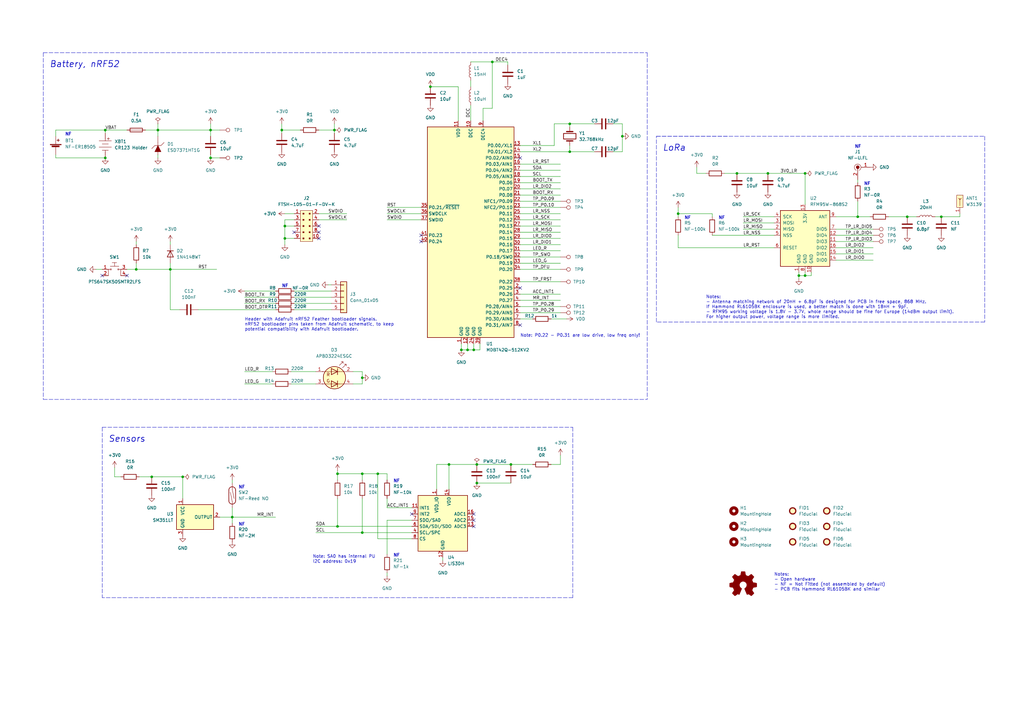
<source format=kicad_sch>
(kicad_sch (version 20211123) (generator eeschema)
  (paper "A3")
  (title_block (title "GarageNotifier") (date "2022-08-15") (rev "v1.0.0") (comment 1 "Drawn by: Zvonko Bockaj"))
  (lib_symbols
    (symbol "Connector:TestPoint" (pin_numbers hide) (pin_names (offset 0.762) hide)
      (property "Reference" "TP" (at 0 6.858 0))
      (property "Value" "TestPoint" (at 0 5.08 0))
      (symbol "TestPoint_1_1"
        (pin passive line (at 0 0 90) (length 2.54) (name "1") (number "1"))
      )
    )
    (symbol "Connector_Generic:Conn_01x05" (pin_names (offset 1.016) hide)
      (property "Reference" "J" (at 0 7.62 0))
      (property "Value" "Conn_01x05" (at 0 -7.62 0))
      (symbol "Conn_01x05_1_1"
        (pin passive line (at -5.08 5.08 0) (length 3.81) (name "Pin_1") (number "1"))
        (pin passive line (at -5.08 2.54 0) (length 3.81) (name "Pin_2") (number "2"))
        (pin passive line (at -5.08 0 0) (length 3.81) (name "Pin_3") (number "3"))
        (pin passive line (at -5.08 -2.54 0) (length 3.81) (name "Pin_4") (number "4"))
        (pin passive line (at -5.08 -5.08 0) (length 3.81) (name "Pin_5") (number "5"))
      )
    )
    (symbol "Device:Battery_Cell" (pin_numbers hide) (pin_names (offset 0) hide)
      (property "Reference" "BT" (at 2.54 2.54 0))
      (property "Value" "Battery_Cell" (at 2.54 0 0))
      (symbol "Battery_Cell_1_1"
        (pin passive line (at 0 5.08 270) (length 2.54) (name "+") (number "1"))
        (pin passive line (at 0 -2.54 90) (length 2.54) (name "-") (number "2"))
      )
    )
    (symbol "Device:C" (pin_numbers hide) (pin_names (offset 0.254))
      (property "Reference" "C" (at 0.635 2.54 0))
      (property "Value" "C" (at 0.635 -2.54 0))
      (symbol "C_1_1"
        (pin passive line (at 0 3.81 270) (length 2.794) (name "~") (number "1"))
        (pin passive line (at 0 -3.81 90) (length 2.794) (name "~") (number "2"))
      )
    )
    (symbol "Device:Crystal" (pin_numbers hide) (pin_names (offset 1.016) hide)
      (property "Reference" "Y" (at 0 3.81 0))
      (property "Value" "Crystal" (at 0 -3.81 0))
      (symbol "Crystal_1_1"
        (pin passive line (at -3.81 0 0) (length 1.27) (name "1") (number "1"))
        (pin passive line (at 3.81 0 180) (length 1.27) (name "2") (number "2"))
      )
    )
    (symbol "Device:Fuse" (pin_numbers hide) (pin_names (offset 0))
      (property "Reference" "F" (at 2.032 0 90))
      (property "Value" "Fuse" (at -1.905 0 90))
      (symbol "Fuse_1_1"
        (pin passive line (at 0 3.81 270) (length 1.27) (name "~") (number "1"))
        (pin passive line (at 0 -3.81 90) (length 1.27) (name "~") (number "2"))
      )
    )
    (symbol "Device:L" (pin_numbers hide) (pin_names (offset 1.016) hide)
      (property "Reference" "L" (at -1.27 0 90))
      (property "Value" "L" (at 1.905 0 90))
      (symbol "L_1_1"
        (pin passive line (at 0 3.81 270) (length 1.27) (name "1") (number "1"))
        (pin passive line (at 0 -3.81 90) (length 1.27) (name "2") (number "2"))
      )
    )
    (symbol "Device:R" (pin_numbers hide) (pin_names (offset 0))
      (property "Reference" "R" (at 2.032 0 90))
      (property "Value" "R" (at 0 0 90))
      (symbol "R_1_1"
        (pin passive line (at 0 3.81 270) (length 1.27) (name "~") (number "1"))
        (pin passive line (at 0 -3.81 90) (length 1.27) (name "~") (number "2"))
      )
    )
    (symbol "Diode:1N4148WT" (pin_numbers hide) (pin_names (offset 1.016) hide)
      (property "Reference" "D" (at 0 2.54 0))
      (property "Value" "1N4148WT" (at 0 -2.54 0))
      (symbol "1N4148WT_1_1"
        (pin passive line (at -3.81 0 0) (length 2.54) (name "K") (number "1"))
        (pin passive line (at 3.81 0 180) (length 2.54) (name "A") (number "2"))
      )
    )
    (symbol "Graphic:Logo_Open_Hardware_Small" (pin_names (offset 1.016)))
    (symbol "Mechanical:Fiducial"
      (property "Reference" "FID" (at 0 5.08 0))
      (property "Value" "Fiducial" (at 0 3.175 0))
    )
    (symbol "Mechanical:MountingHole" (pin_names (offset 1.016))
      (property "Reference" "H" (at 0 5.08 0))
      (property "Value" "MountingHole" (at 0 3.175 0))
    )
    (symbol "RF_Module:RFM95W-868S2" (pin_names (offset 1.016))
      (property "Reference" "U" (at -10.414 11.684 0))
      (property "Value" "RFM95W-868S2" (at 1.524 11.43 0))
      (symbol "RFM95W-868S2_1_1"
        (pin power_in line (at -2.54 -15.24 90) (length 2.54) (name "GND") (number "1"))
        (pin power_in line (at 2.54 -15.24 90) (length 2.54) (name "GND") (number "10"))
        (pin bidirectional line (at 12.7 -2.54 180) (length 2.54) (name "DIO3") (number "11"))
        (pin bidirectional line (at 12.7 0 180) (length 2.54) (name "DIO4") (number "12"))
        (pin power_in line (at 0 12.7 270) (length 2.54) (name "3.3V") (number "13"))
        (pin bidirectional line (at 12.7 -10.16 180) (length 2.54) (name "DIO0") (number "14"))
        (pin bidirectional line (at 12.7 -7.62 180) (length 2.54) (name "DIO1") (number "15"))
        (pin bidirectional line (at 12.7 -5.08 180) (length 2.54) (name "DIO2") (number "16"))
        (pin output line (at -12.7 2.54 0) (length 2.54) (name "MISO") (number "2"))
        (pin input line (at -12.7 5.08 0) (length 2.54) (name "MOSI") (number "3"))
        (pin input line (at -12.7 7.62 0) (length 2.54) (name "SCK") (number "4"))
        (pin input line (at -12.7 0 0) (length 2.54) (name "NSS") (number "5"))
        (pin bidirectional line (at -12.7 -5.08 0) (length 2.54) (name "RESET") (number "6"))
        (pin bidirectional line (at 12.7 2.54 180) (length 2.54) (name "DIO5") (number "7"))
        (pin power_in line (at 0 -15.24 90) (length 2.54) (name "GND") (number "8"))
        (pin bidirectional line (at 12.7 7.62 180) (length 2.54) (name "ANT") (number "9"))
      )
    )
    (symbol "Sensor_Magnetic:SM351LT"
      (property "Reference" "U" (at 5.08 8.89 0))
      (property "Value" "SM351LT" (at 2.54 6.35 0))
      (symbol "SM351LT_1_1"
        (pin power_in line (at -5.08 7.62 270) (length 2.54) (name "VCC") (number "1"))
        (pin output line (at 10.16 0 180) (length 2.54) (name "OUTPUT") (number "2"))
        (pin power_in line (at -5.08 -7.62 90) (length 2.54) (name "GND") (number "3"))
      )
    )
    (symbol "Sensor_Motion:LIS3DH"
      (property "Reference" "U" (at -7.62 11.43 0))
      (property "Value" "LIS3DH" (at 6.35 11.43 0))
      (symbol "LIS3DH_1_1"
        (pin power_in line (at -2.54 12.7 270) (length 2.54) (name "VDD_IO") (number "1"))
        (pin passive line (at 0 -15.24 90) (length 2.54) hide (name "GND") (number "10"))
        (pin output line (at -12.7 5.08 0) (length 2.54) (name "INT1") (number "11"))
        (pin power_in line (at 0 -15.24 90) (length 2.54) (name "GND") (number "12"))
        (pin input line (at 12.7 -2.54 180) (length 2.54) (name "ADC3") (number "13"))
        (pin power_in line (at 2.54 12.7 270) (length 2.54) (name "VDD") (number "14"))
        (pin input line (at 12.7 0 180) (length 2.54) (name "ADC2") (number "15"))
        (pin input line (at 12.7 2.54 180) (length 2.54) (name "ADC1") (number "16"))
        (pin no_connect line (at 10.16 5.08 180) (length 2.54) hide (name "NC") (number "2"))
        (pin no_connect line (at 10.16 7.62 180) (length 2.54) hide (name "NC") (number "3"))
        (pin input line (at -12.7 -5.08 0) (length 2.54) (name "SCL/SPC") (number "4"))
        (pin passive line (at 0 -15.24 90) (length 2.54) hide (name "GND") (number "5"))
        (pin bidirectional line (at -12.7 -2.54 0) (length 2.54) (name "SDA/SDI/SDO") (number "6"))
        (pin bidirectional line (at -12.7 0 0) (length 2.54) (name "SDO/SA0") (number "7"))
        (pin input line (at -12.7 -7.62 0) (length 2.54) (name "CS") (number "8"))
        (pin output line (at -12.7 2.54 0) (length 2.54) (name "INT2") (number "9"))
      )
    )
    (symbol "ZB_Discrete:ESD7371HT1G" (pin_numbers hide) (pin_names (offset 1.016) hide)
      (property "Reference" "D" (at 0 3.81 0))
      (property "Value" "ESD7371HT1G" (at 0 -3.81 0))
      (symbol "ESD7371HT1G_1_1"
        (pin passive line (at -3.81 0 0) (length 2.54) (name "A1") (number "1"))
        (pin passive line (at 3.81 0 180) (length 2.54) (name "A2") (number "2"))
      )
    )
    (symbol "ZB_IC:MDBT42Q-512KV2"
      (property "Reference" "U" (at 8.255 -55.245 0))
      (property "Value" "MDBT42Q-512KV2" (at 16.51 -57.785 0))
      (symbol "MDBT42Q-512KV2_1_1"
        (pin power_in line (at -3.81 -55.88 90) (length 2.54) (name "GND") (number "1"))
        (pin power_out line (at 0 35.56 270) (length 2.54) (name "DCC") (number "10"))
        (pin power_in line (at -5.08 35.56 270) (length 2.54) (name "VDD") (number "11"))
        (pin power_in line (at -1.27 -55.88 90) (length 2.54) (name "GND") (number "12"))
        (pin bidirectional line (at 20.32 25.4 180) (length 2.54) (name "P0.00/XL1") (number "13"))
        (pin bidirectional line (at 20.32 22.86 180) (length 2.54) (name "P0.01/XL2") (number "14"))
        (pin bidirectional line (at 20.32 20.32 180) (length 2.54) (name "P0.02/AIN0") (number "15"))
        (pin bidirectional line (at 20.32 17.78 180) (length 2.54) (name "P0.03/AIN1") (number "16"))
        (pin bidirectional line (at 20.32 15.24 180) (length 2.54) (name "P0.04/AIN2") (number "17"))
        (pin bidirectional line (at 20.32 12.7 180) (length 2.54) (name "P0.05/AIN3") (number "18"))
        (pin bidirectional line (at 20.32 10.16 180) (length 2.54) (name "P0.06") (number "19"))
        (pin bidirectional line (at 20.32 -33.02 180) (length 2.54) (name "P0.25") (number "2"))
        (pin bidirectional line (at 20.32 7.62 180) (length 2.54) (name "P0.07") (number "20"))
        (pin bidirectional line (at 20.32 5.08 180) (length 2.54) (name "P0.08") (number "21"))
        (pin bidirectional line (at 20.32 2.54 180) (length 2.54) (name "NFC1/P0.09") (number "22"))
        (pin bidirectional line (at 20.32 0 180) (length 2.54) (name "NFC2/P0.10") (number "23"))
        (pin power_in line (at 1.27 -55.88 90) (length 2.54) (name "GND") (number "24"))
        (pin bidirectional line (at 20.32 -2.54 180) (length 2.54) (name "P0.11") (number "25"))
        (pin bidirectional line (at 20.32 -5.08 180) (length 2.54) (name "P0.12") (number "26"))
        (pin bidirectional line (at 20.32 -7.62 180) (length 2.54) (name "P0.13") (number "27"))
        (pin bidirectional line (at 20.32 -10.16 180) (length 2.54) (name "P0.14") (number "28"))
        (pin bidirectional line (at 20.32 -12.7 180) (length 2.54) (name "P0.15") (number "29"))
        (pin bidirectional line (at 20.32 -35.56 180) (length 2.54) (name "P0.26") (number "3"))
        (pin bidirectional line (at 20.32 -15.24 180) (length 2.54) (name "P0.16") (number "30"))
        (pin bidirectional line (at 20.32 -17.78 180) (length 2.54) (name "P0.17") (number "31"))
        (pin bidirectional line (at 20.32 -20.32 180) (length 2.54) (name "P0.18/SWO") (number "32"))
        (pin bidirectional line (at 20.32 -22.86 180) (length 2.54) (name "P0.19") (number "33"))
        (pin bidirectional line (at 20.32 -25.4 180) (length 2.54) (name "P0.20") (number "34"))
        (pin bidirectional line (at -20.32 0 0) (length 2.54) (name "P0.21/~{RESET}") (number "35"))
        (pin input line (at -20.32 -2.54 0) (length 2.54) (name "SWDCLK") (number "36"))
        (pin bidirectional line (at -20.32 -5.08 0) (length 2.54) (name "SWDIO") (number "37"))
        (pin bidirectional line (at 20.32 -30.48 180) (length 2.54) (name "P0.22") (number "38"))
        (pin power_in line (at 3.81 -55.88 90) (length 2.54) (name "GND") (number "39"))
        (pin bidirectional line (at 20.32 -38.1 180) (length 2.54) (name "P0.27") (number "4"))
        (pin bidirectional line (at -20.32 -13.97 0) (length 2.54) (name "P0.24") (number "40"))
        (pin bidirectional line (at -20.32 -11.43 0) (length 2.54) (name "P0.23") (number "41"))
        (pin bidirectional line (at 20.32 -40.64 180) (length 2.54) (name "P0.28/AIN4") (number "5"))
        (pin bidirectional line (at 20.32 -43.18 180) (length 2.54) (name "P0.29/AIN5") (number "6"))
        (pin bidirectional line (at 20.32 -45.72 180) (length 2.54) (name "P0.30/AIN6") (number "7"))
        (pin bidirectional line (at 20.32 -48.26 180) (length 2.54) (name "P0.31/AIN7") (number "8"))
        (pin passive line (at 5.08 35.56 270) (length 2.54) (name "DEC4") (number "9"))
      )
    )
    (symbol "ZB_Mechanical:Keystone_1051" (pin_numbers hide) (pin_names hide)
      (property "Reference" "XBT" (at 6.35 2.54 0))
      (property "Value" "Keystone_1051" (at 11.43 0 0))
      (symbol "Keystone_1051_1_1"
        (pin power_out line (at 0 5.08 270) (length 2.54) (name "~") (number "1"))
        (pin power_out line (at 0 -5.08 90) (length 2.54) (name "~") (number "2"))
      )
    )
    (symbol "ZB_Mechanical:PTS647SK50SMTR2LFS" (pin_names (offset 1) hide)
      (property "Reference" "SW" (at 0 5.08 0))
      (property "Value" "PTS647SK50SMTR2LFS" (at 1.27 -5.08 0))
      (symbol "PTS647SK50SMTR2LFS_1_1"
        (pin passive line (at -5.08 0 0) (length 2.54) (name "~") (number "1"))
        (pin passive line (at -5.08 -2.54 0) (length 2.54) (name "~") (number "2"))
        (pin passive line (at 5.08 0 180) (length 2.54) (name "~") (number "3"))
        (pin passive line (at 5.08 -2.54 180) (length 2.54) (name "~") (number "4"))
      )
    )
    (symbol "ZB_Opto:APBD3224ESGC" (pin_names (offset 1) hide)
      (property "Reference" "D" (at 0 6.35 0))
      (property "Value" "APBD3224ESGC" (at 0 -6.35 0))
      (symbol "APBD3224ESGC_0_0"
        (text "G" (at -2.54 -1.27 0) (effects (font (size 1.27 1.27))))
        (text "R" (at -2.54 1.27 0) (effects (font (size 1.27 1.27))))
      )
      (symbol "APBD3224ESGC_1_1"
        (pin input line (at -7.62 2.54 0) (length 3.048) (name "A1") (number "1"))
        (pin input line (at 7.62 2.54 180) (length 3.81) (name "K1") (number "2"))
        (pin input line (at -7.62 -2.54 0) (length 3.048) (name "A2") (number "3"))
        (pin input line (at 7.62 -2.54 180) (length 3.81) (name "K2") (number "4"))
      )
    )
    (symbol "ZB_Passives:W3139" (pin_names hide)
      (property "Reference" "ANT" (at 0 2.54 0))
      (property "Value" "W3139" (at 0 -2.54 0))
      (symbol "W3139_1_1"
        (pin input line (at -5.08 0 0) (length 2.54) (name "FP") (number "1"))
        (pin no_connect line (at 5.08 0 180) (length 2.54) hide (name "NC") (number "2"))
      )
    )
    (symbol "ZB_Sensors:MK15-B-2" (pin_numbers hide) (pin_names (offset 0) hide)
      (property "Reference" "SW" (at 0 2.54 0))
      (property "Value" "MK15-B-2" (at 0 -2.54 0))
      (symbol "MK15-B-2_1_1"
        (pin passive line (at -5.08 0 0) (length 2.54) (name "1") (number "1"))
        (pin passive line (at 5.08 0 180) (length 2.54) (name "2") (number "2"))
      )
    )
    (symbol "dk_Coaxial-Connectors-RF:U_FL-R-SMT-1_10_" (pin_names (offset 1.016))
      (property "Reference" "J" (at -1.27 1.27 0))
      (property "Value" "U_FL-R-SMT-1_10_" (at 1.27 -2.54 0))
      (symbol "U_FL-R-SMT-1_10__1_1"
        (pin passive line (at 0 -5.08 90) (length 3.683) (name "~") (number "1"))
        (pin passive line (at 5.08 0 180) (length 4.445) (name "~") (number "2"))
      )
    )
    (symbol "dk_Rectangular-Connectors-Headers-Male-Pins:FTSH-105-01-F-DV-K" (pin_names (offset 1.016) hide)
      (property "Reference" "J" (at -2.54 7.62 0))
      (property "Value" "FTSH-105-01-F-DV-K" (at 0 -7.62 0))
      (symbol "FTSH-105-01-F-DV-K_1_1"
        (pin passive line (at -5.08 5.08 0) (length 2.54) (name "~") (number "1"))
        (pin passive line (at 5.08 -5.08 180) (length 2.54) (name "~") (number "10"))
        (pin passive line (at 5.08 5.08 180) (length 2.54) (name "~") (number "2"))
        (pin passive line (at -5.08 2.54 0) (length 2.54) (name "~") (number "3"))
        (pin passive line (at 5.08 2.54 180) (length 2.54) (name "~") (number "4"))
        (pin passive line (at -5.08 0 0) (length 2.54) (name "~") (number "5"))
        (pin passive line (at 5.08 0 180) (length 2.54) (name "~") (number "6"))
        (pin passive line (at -5.08 -2.54 0) (length 2.54) (name "~") (number "7"))
        (pin passive line (at 5.08 -2.54 180) (length 2.54) (name "~") (number "8"))
        (pin passive line (at -5.08 -5.08 0) (length 2.54) (name "~") (number "9"))
      )
    )
    (symbol "power:+3V0" (power) (pin_names (offset 0))
      (property "Value" "+3V0" (at 0 3.556 0))
      (symbol "+3V0_1_1"
        (pin power_in line (at 0 0 90) (length 0) hide (name "+3V0") (number "1"))
      )
    )
    (symbol "power:GND" (power) (pin_names (offset 0))
      (property "Value" "GND" (at 0 -3.81 0))
      (symbol "GND_1_1"
        (pin power_in line (at 0 0 270) (length 0) hide (name "GND") (number "1"))
      )
    )
    (symbol "power:PWR_FLAG" (power) (pin_numbers hide) (pin_names (offset 0) hide)
      (property "Value" "PWR_FLAG" (at 0 3.81 0))
      (symbol "PWR_FLAG_0_0"
        (pin power_out line (at 0 0 90) (length 0) (name "pwr") (number "1"))
      )
    )
    (symbol "power:VDD" (power) (pin_names (offset 0))
      (property "Value" "VDD" (at 0 3.81 0))
      (symbol "VDD_1_1"
        (pin power_in line (at 0 0 90) (length 0) hide (name "VDD") (number "1"))
      )
    )
  )
  (junction (at 233.68 62.23))
  (junction (at 116.84 92.71))
  (junction (at 176.53 35.56))
  (junction (at 327.66 113.03))
  (junction (at 86.36 53.34))
  (junction (at 64.77 53.34))
  (junction (at 74.93 195.58))
  (junction (at 194.31 143.51))
  (junction (at 195.58 198.12))
  (junction (at 278.13 87.63))
  (junction (at 62.23 195.58))
  (junction (at 372.11 88.9))
  (junction (at 43.18 53.34))
  (junction (at 148.59 154.94))
  (junction (at 330.2 113.03))
  (junction (at 191.77 143.51))
  (junction (at 255.27 55.88))
  (junction (at 209.55 190.5))
  (junction (at 351.79 88.9))
  (junction (at 115.57 53.34))
  (junction (at 195.58 190.5))
  (junction (at 138.43 215.9))
  (junction (at 233.68 50.8))
  (junction (at 201.93 25.4))
  (junction (at 314.96 71.12))
  (junction (at 189.23 143.51))
  (junction (at 386.08 88.9))
  (junction (at 95.25 212.09))
  (junction (at 154.94 194.31))
  (junction (at 55.88 110.49))
  (junction (at 302.26 71.12))
  (junction (at 116.84 97.79))
  (junction (at 138.43 194.31))
  (junction (at 43.18 64.77))
  (junction (at 330.2 71.12))
  (junction (at 148.59 194.31))
  (junction (at 184.15 190.5))
  (junction (at 148.59 218.44))
  (junction (at 86.36 64.77))
  (junction (at 137.16 53.34))
  (junction (at 69.85 110.49))
  (no_connect (at 52.07 113.03))
  (no_connect (at 130.81 97.79))
  (no_connect (at 213.36 64.77))
  (no_connect (at 130.81 92.71))
  (no_connect (at 213.36 118.11))
  (no_connect (at 213.36 133.35))
  (no_connect (at 194.31 213.36))
  (no_connect (at 168.91 210.82))
  (no_connect (at 130.81 95.25))
  (no_connect (at 41.91 113.03))
  (no_connect (at 120.65 95.25))
  (no_connect (at 172.72 96.52))
  (no_connect (at 172.72 99.06))
  (no_connect (at 194.31 215.9))
  (no_connect (at 194.31 210.82))
  (wire (pts (xy 213.36 90.17) (xy 229.87 90.17)))
  (wire (pts (xy 372.11 88.9) (xy 375.92 88.9)))
  (wire (pts (xy 130.81 87.63) (xy 142.24 87.63)))
  (wire (pts (xy 304.8 88.9) (xy 317.5 88.9)))
  (wire (pts (xy 148.59 194.31) (xy 138.43 194.31)))
  (wire (pts (xy 278.13 87.63) (xy 278.13 88.9)))
  (wire (pts (xy 46.99 195.58) (xy 49.53 195.58)))
  (wire (pts (xy 213.36 82.55) (xy 229.87 82.55)))
  (wire (pts (xy 213.36 87.63) (xy 229.87 87.63)))
  (wire (pts (xy 278.13 101.6) (xy 317.5 101.6)))
  (wire (pts (xy 95.25 208.28) (xy 95.25 212.09)))
  (wire (pts (xy 115.57 53.34) (xy 115.57 54.61)))
  (wire (pts (xy 227.33 59.69) (xy 227.33 50.8)))
  (wire (pts (xy 187.96 49.53) (xy 187.96 35.56)))
  (wire (pts (xy 292.1 88.9) (xy 292.1 87.63)))
  (wire (pts (xy 55.88 110.49) (xy 69.85 110.49)))
  (wire (pts (xy 332.74 111.76) (xy 332.74 113.03)))
  (wire (pts (xy 229.87 186.69) (xy 229.87 190.5)))
  (wire (pts (xy 184.15 190.5) (xy 184.15 200.66)))
  (wire (pts (xy 22.86 64.77) (xy 22.86 63.5)))
  (wire (pts (xy 130.81 90.17) (xy 142.24 90.17)))
  (wire (pts (xy 95.25 212.09) (xy 95.25 214.63)))
  (wire (pts (xy 351.79 82.55) (xy 351.79 88.9)))
  (wire (pts (xy 342.9 93.98) (xy 358.14 93.98)))
  (wire (pts (xy 120.65 90.17) (xy 116.84 90.17)))
  (wire (pts (xy 64.77 50.8) (xy 64.77 53.34)))
  (wire (pts (xy 213.36 107.95) (xy 229.87 107.95)))
  (wire (pts (xy 74.93 195.58) (xy 62.23 195.58)))
  (wire (pts (xy 86.36 64.77) (xy 90.17 64.77)))
  (wire (pts (xy 137.16 50.8) (xy 137.16 53.34)))
  (wire (pts (xy 213.36 95.25) (xy 229.87 95.25)))
  (wire (pts (xy 39.37 110.49) (xy 41.91 110.49)))
  (wire (pts (xy 86.36 53.34) (xy 86.36 55.88)))
  (wire (pts (xy 129.54 215.9) (xy 138.43 215.9)))
  (wire (pts (xy 195.58 190.5) (xy 209.55 190.5)))
  (polyline (pts (xy 403.86 132.08) (xy 269.24 132.08)))
  (wire (pts (xy 129.54 218.44) (xy 148.59 218.44)))
  (wire (pts (xy 213.36 80.01) (xy 229.87 80.01)))
  (wire (pts (xy 193.04 25.4) (xy 201.93 25.4)))
  (wire (pts (xy 255.27 50.8) (xy 251.46 50.8)))
  (wire (pts (xy 148.59 157.48) (xy 148.59 154.94)))
  (polyline (pts (xy 17.78 21.59) (xy 17.78 163.83)))
  (wire (pts (xy 144.78 157.48) (xy 148.59 157.48)))
  (wire (pts (xy 213.36 120.65) (xy 229.87 120.65)))
  (wire (pts (xy 130.81 53.34) (xy 137.16 53.34)))
  (wire (pts (xy 116.84 92.71) (xy 116.84 97.79)))
  (wire (pts (xy 120.65 124.46) (xy 135.89 124.46)))
  (wire (pts (xy 137.16 53.34) (xy 137.16 54.61)))
  (wire (pts (xy 196.85 143.51) (xy 194.31 143.51)))
  (wire (pts (xy 55.88 107.95) (xy 55.88 110.49)))
  (wire (pts (xy 119.38 152.4) (xy 129.54 152.4)))
  (polyline (pts (xy 269.24 132.08) (xy 269.24 55.88)))
  (wire (pts (xy 213.36 125.73) (xy 229.87 125.73)))
  (wire (pts (xy 198.12 44.45) (xy 201.93 44.45)))
  (wire (pts (xy 304.8 91.44) (xy 317.5 91.44)))
  (wire (pts (xy 116.84 90.17) (xy 116.84 92.71)))
  (wire (pts (xy 255.27 55.88) (xy 255.27 62.23)))
  (wire (pts (xy 52.07 110.49) (xy 55.88 110.49)))
  (wire (pts (xy 64.77 53.34) (xy 86.36 53.34)))
  (wire (pts (xy 194.31 140.97) (xy 194.31 143.51)))
  (wire (pts (xy 213.36 130.81) (xy 218.44 130.81)))
  (wire (pts (xy 100.33 119.38) (xy 113.03 119.38)))
  (wire (pts (xy 43.18 53.34) (xy 52.07 53.34)))
  (wire (pts (xy 120.65 121.92) (xy 135.89 121.92)))
  (wire (pts (xy 213.36 72.39) (xy 229.87 72.39)))
  (wire (pts (xy 233.68 59.69) (xy 233.68 62.23)))
  (wire (pts (xy 278.13 87.63) (xy 292.1 87.63)))
  (wire (pts (xy 229.87 190.5) (xy 226.06 190.5)))
  (wire (pts (xy 86.36 53.34) (xy 90.17 53.34)))
  (wire (pts (xy 233.68 50.8) (xy 243.84 50.8)))
  (wire (pts (xy 148.59 152.4) (xy 148.59 154.94)))
  (wire (pts (xy 213.36 123.19) (xy 229.87 123.19)))
  (wire (pts (xy 393.7 88.9) (xy 393.7 87.63)))
  (wire (pts (xy 64.77 53.34) (xy 64.77 55.88)))
  (wire (pts (xy 179.07 190.5) (xy 184.15 190.5)))
  (wire (pts (xy 74.93 204.47) (xy 74.93 195.58)))
  (wire (pts (xy 213.36 115.57) (xy 229.87 115.57)))
  (wire (pts (xy 330.2 113.03) (xy 327.66 113.03)))
  (wire (pts (xy 86.36 50.8) (xy 86.36 53.34)))
  (wire (pts (xy 57.15 195.58) (xy 62.23 195.58)))
  (wire (pts (xy 168.91 213.36) (xy 158.75 213.36)))
  (wire (pts (xy 179.07 200.66) (xy 179.07 190.5)))
  (wire (pts (xy 158.75 234.95) (xy 158.75 236.22)))
  (wire (pts (xy 90.17 212.09) (xy 95.25 212.09)))
  (wire (pts (xy 278.13 85.09) (xy 278.13 87.63)))
  (wire (pts (xy 69.85 107.95) (xy 69.85 110.49)))
  (wire (pts (xy 154.94 194.31) (xy 148.59 194.31)))
  (wire (pts (xy 255.27 50.8) (xy 255.27 55.88)))
  (wire (pts (xy 116.84 92.71) (xy 120.65 92.71)))
  (wire (pts (xy 144.78 152.4) (xy 148.59 152.4)))
  (wire (pts (xy 154.94 194.31) (xy 154.94 220.98)))
  (wire (pts (xy 100.33 121.92) (xy 113.03 121.92)))
  (wire (pts (xy 119.38 157.48) (xy 129.54 157.48)))
  (wire (pts (xy 81.28 127) (xy 113.03 127)))
  (wire (pts (xy 292.1 96.52) (xy 317.5 96.52)))
  (wire (pts (xy 158.75 85.09) (xy 172.72 85.09)))
  (wire (pts (xy 116.84 100.33) (xy 116.84 97.79)))
  (wire (pts (xy 134.62 116.84) (xy 135.89 116.84)))
  (wire (pts (xy 120.65 119.38) (xy 135.89 119.38)))
  (wire (pts (xy 43.18 53.34) (xy 43.18 54.61)))
  (polyline (pts (xy 234.95 245.11) (xy 41.91 245.11)))
  (wire (pts (xy 213.36 102.87) (xy 229.87 102.87)))
  (wire (pts (xy 201.93 44.45) (xy 201.93 25.4)))
  (wire (pts (xy 191.77 143.51) (xy 189.23 143.51)))
  (wire (pts (xy 73.66 127) (xy 69.85 127)))
  (wire (pts (xy 213.36 110.49) (xy 229.87 110.49)))
  (wire (pts (xy 213.36 77.47) (xy 229.87 77.47)))
  (wire (pts (xy 213.36 105.41) (xy 229.87 105.41)))
  (wire (pts (xy 233.68 62.23) (xy 243.84 62.23)))
  (wire (pts (xy 342.9 96.52) (xy 358.14 96.52)))
  (wire (pts (xy 148.59 194.31) (xy 148.59 196.85)))
  (wire (pts (xy 213.36 74.93) (xy 229.87 74.93)))
  (wire (pts (xy 116.84 87.63) (xy 120.65 87.63)))
  (wire (pts (xy 342.9 88.9) (xy 351.79 88.9)))
  (wire (pts (xy 213.36 92.71) (xy 229.87 92.71)))
  (wire (pts (xy 342.9 101.6) (xy 358.14 101.6)))
  (wire (pts (xy 69.85 127) (xy 69.85 110.49)))
  (polyline (pts (xy 265.43 21.59) (xy 265.43 163.83)))
  (wire (pts (xy 304.8 93.98) (xy 317.5 93.98)))
  (wire (pts (xy 193.04 33.02) (xy 193.04 35.56)))
  (wire (pts (xy 327.66 113.03) (xy 327.66 114.3)))
  (polyline (pts (xy 269.24 55.88) (xy 403.86 55.88)))
  (wire (pts (xy 86.36 63.5) (xy 86.36 64.77)))
  (wire (pts (xy 187.96 35.56) (xy 176.53 35.56)))
  (wire (pts (xy 194.31 143.51) (xy 191.77 143.51)))
  (wire (pts (xy 195.58 198.12) (xy 209.55 198.12)))
  (wire (pts (xy 213.36 128.27) (xy 229.87 128.27)))
  (wire (pts (xy 332.74 113.03) (xy 330.2 113.03)))
  (wire (pts (xy 189.23 140.97) (xy 189.23 143.51)))
  (wire (pts (xy 191.77 140.97) (xy 191.77 143.51)))
  (wire (pts (xy 22.86 64.77) (xy 43.18 64.77)))
  (wire (pts (xy 115.57 50.8) (xy 115.57 53.34)))
  (wire (pts (xy 213.36 97.79) (xy 229.87 97.79)))
  (wire (pts (xy 22.86 53.34) (xy 43.18 53.34)))
  (polyline (pts (xy 17.78 21.59) (xy 265.43 21.59)))
  (wire (pts (xy 184.15 190.5) (xy 195.58 190.5)))
  (wire (pts (xy 227.33 50.8) (xy 233.68 50.8)))
  (wire (pts (xy 148.59 218.44) (xy 168.91 218.44)))
  (wire (pts (xy 69.85 99.06) (xy 69.85 100.33)))
  (wire (pts (xy 59.69 53.34) (xy 64.77 53.34)))
  (wire (pts (xy 330.2 111.76) (xy 330.2 113.03)))
  (wire (pts (xy 342.9 106.68) (xy 358.14 106.68)))
  (wire (pts (xy 64.77 63.5) (xy 64.77 64.77)))
  (wire (pts (xy 100.33 157.48) (xy 111.76 157.48)))
  (wire (pts (xy 138.43 215.9) (xy 168.91 215.9)))
  (wire (pts (xy 148.59 204.47) (xy 148.59 218.44)))
  (wire (pts (xy 95.25 212.09) (xy 113.03 212.09)))
  (wire (pts (xy 138.43 193.04) (xy 138.43 194.31)))
  (polyline (pts (xy 41.91 175.26) (xy 41.91 245.11)))
  (polyline (pts (xy 17.78 163.83) (xy 265.43 163.83)))
  (wire (pts (xy 138.43 194.31) (xy 138.43 196.85)))
  (wire (pts (xy 383.54 88.9) (xy 386.08 88.9)))
  (wire (pts (xy 193.04 43.18) (xy 193.04 49.53)))
  (wire (pts (xy 100.33 124.46) (xy 113.03 124.46)))
  (wire (pts (xy 255.27 62.23) (xy 251.46 62.23)))
  (wire (pts (xy 386.08 88.9) (xy 393.7 88.9)))
  (wire (pts (xy 158.75 208.28) (xy 158.75 204.47)))
  (wire (pts (xy 364.49 88.9) (xy 372.11 88.9)))
  (wire (pts (xy 213.36 85.09) (xy 229.87 85.09)))
  (wire (pts (xy 115.57 53.34) (xy 123.19 53.34)))
  (wire (pts (xy 158.75 90.17) (xy 172.72 90.17)))
  (wire (pts (xy 95.25 196.85) (xy 95.25 198.12)))
  (wire (pts (xy 278.13 101.6) (xy 278.13 96.52)))
  (wire (pts (xy 168.91 208.28) (xy 158.75 208.28)))
  (wire (pts (xy 302.26 71.12) (xy 314.96 71.12)))
  (wire (pts (xy 100.33 152.4) (xy 111.76 152.4)))
  (wire (pts (xy 158.75 213.36) (xy 158.75 227.33)))
  (wire (pts (xy 69.85 110.49) (xy 88.9 110.49)))
  (wire (pts (xy 208.28 26.67) (xy 208.28 25.4)))
  (wire (pts (xy 22.86 53.34) (xy 22.86 55.88)))
  (wire (pts (xy 198.12 49.53) (xy 198.12 44.45)))
  (wire (pts (xy 342.9 104.14) (xy 358.14 104.14)))
  (wire (pts (xy 209.55 190.5) (xy 218.44 190.5)))
  (polyline (pts (xy 403.86 55.88) (xy 403.86 132.08)))
  (wire (pts (xy 55.88 99.06) (xy 55.88 100.33)))
  (wire (pts (xy 158.75 194.31) (xy 154.94 194.31)))
  (wire (pts (xy 213.36 62.23) (xy 233.68 62.23)))
  (wire (pts (xy 46.99 191.77) (xy 46.99 195.58)))
  (wire (pts (xy 196.85 140.97) (xy 196.85 143.51)))
  (wire (pts (xy 226.06 130.81) (xy 232.41 130.81)))
  (wire (pts (xy 351.79 88.9) (xy 356.87 88.9)))
  (polyline (pts (xy 269.24 55.88) (xy 298.45 55.88)))
  (polyline (pts (xy 234.95 175.26) (xy 234.95 245.11)))
  (wire (pts (xy 213.36 100.33) (xy 229.87 100.33)))
  (wire (pts (xy 342.9 99.06) (xy 358.14 99.06)))
  (wire (pts (xy 351.79 73.66) (xy 351.79 74.93)))
  (wire (pts (xy 116.84 97.79) (xy 120.65 97.79)))
  (wire (pts (xy 213.36 59.69) (xy 227.33 59.69)))
  (wire (pts (xy 233.68 52.07) (xy 233.68 50.8)))
  (wire (pts (xy 213.36 67.31) (xy 229.87 67.31)))
  (wire (pts (xy 168.91 220.98) (xy 154.94 220.98)))
  (wire (pts (xy 285.75 68.58) (xy 285.75 71.12)))
  (wire (pts (xy 330.2 71.12) (xy 330.2 83.82)))
  (wire (pts (xy 314.96 71.12) (xy 330.2 71.12)))
  (wire (pts (xy 327.66 111.76) (xy 327.66 113.03)))
  (polyline (pts (xy 41.91 175.26) (xy 234.95 175.26)))
  (wire (pts (xy 138.43 204.47) (xy 138.43 215.9)))
  (wire (pts (xy 158.75 196.85) (xy 158.75 194.31)))
  (wire (pts (xy 297.18 71.12) (xy 302.26 71.12)))
  (wire (pts (xy 120.65 127) (xy 135.89 127)))
  (wire (pts (xy 213.36 69.85) (xy 229.87 69.85)))
  (wire (pts (xy 158.75 87.63) (xy 172.72 87.63)))
  (wire (pts (xy 285.75 71.12) (xy 289.56 71.12)))
  (wire (pts (xy 208.28 25.4) (xy 201.93 25.4)))
  (wire (pts (xy 181.61 228.6) (xy 181.61 229.87)))
  (text "Notes: \n- Antenna matching network of 20nH + 6.8pF is designed for PCB in free space, 868 MHz.\nIf Hammond RL6105BK enclosure is used, a better match is done with 18nH + 9pF.\n- RFM95 working voltage is 1.8V - 3.7V, whole range should be fine for Europe (14dBm output limit).\nFor higher output power, voltage range is more limited." (at 289.56 130.81 0) (effects (font (size 1.27 1.27)) (justify left bottom)))
  (text "NF" (at 161.29 198.12 0) (effects (font (size 1.27 1.27) (thickness 0.254) bold) (justify left bottom)))
  (text "Note: P0.22 - P0.31 are low drive, low freq only!" (at 213.36 138.43 0) (effects (font (size 1.27 1.27)) (justify left bottom)))
  (text "NF" (at 294.64 90.17 0) (effects (font (size 1.27 1.27) (thickness 0.254) bold) (justify left bottom)))
  (text "Notes:\n- Open hardware\n- NF = Not Fitted (not assembled by default)\n- PCB fits Hammond RL6105BK and similar" (at 317.5 242.57 0) (effects (font (size 1.27 1.27)) (justify left bottom)))
  (text "NF" (at 354.33 76.2 0) (effects (font (size 1.27 1.27) (thickness 0.254) bold) (justify left bottom)))
  (text "NF" (at 161.29 228.6 0) (effects (font (size 1.27 1.27) (thickness 0.254) bold) (justify left bottom)))
  (text "Sensors" (at 44.45 181.61 0) (effects (font (size 2.54 2.54) (thickness 0.254) bold italic) (justify left bottom)))
  (text "NF" (at 350.52 60.96 0) (effects (font (size 1.27 1.27) (thickness 0.254) bold) (justify left bottom)))
  (text "NF" (at 26.67 55.88 0) (effects (font (size 1.27 1.27) (thickness 0.254) bold) (justify left bottom)))
  (text "NF" (at 115.57 118.11 0) (effects (font (size 1.27 1.27) (thickness 0.254) bold) (justify left bottom)))
  (text "NF" (at 280.67 90.17 0) (effects (font (size 1.27 1.27) (thickness 0.254) bold) (justify left bottom)))
  (text "Battery, nRF52" (at 20.32 27.94 0) (effects (font (size 2.54 2.54) (thickness 0.254) bold italic) (justify left bottom)))
  (text "Header with Adafruit nRF52 Feather bootloader signals.\nnRF52 bootloader pins taken from Adafruit schematic, to keep \npotential compatibility with Adafruit bootloader.\n" (at 100.33 135.89 0) (effects (font (size 1.27 1.27)) (justify left bottom)))
  (text "NF" (at 97.79 215.9 0) (effects (font (size 1.27 1.27) (thickness 0.254) bold) (justify left bottom)))
  (text "NF" (at 97.79 200.66 0) (effects (font (size 1.27 1.27) (thickness 0.254) bold) (justify left bottom)))
  (text "Note: SA0 has internal PU\nI2C address: 0x19" (at 128.27 231.14 0) (effects (font (size 1.27 1.27)) (justify left bottom)))
  (text "LoRa" (at 271.78 62.23 0) (effects (font (size 2.54 2.54) (thickness 0.254) bold italic) (justify left bottom)))
  (label "LR_DIO2" (at 218.44 77.47 0))
  (label "LR_MOSI" (at 304.8 91.44 0))
  (label "BOOT_RX" (at 100.33 124.46 0))
  (label "XL2" (at 218.44 62.23 0))
  (label "XL1" (at 218.44 59.69 0))
  (label "LR_RST" (at 304.8 101.6 0))
  (label "VBAT" (at 43.18 53.34 0))
  (label "TP_DFU" (at 218.44 110.49 0))
  (label "SDA" (at 218.44 69.85 0))
  (label "LED_R" (at 218.44 102.87 0))
  (label "LR_NSS" (at 218.44 87.63 0))
  (label "LR_NSS" (at 304.8 96.52 0))
  (label "LR_MOSI" (at 218.44 92.71 0))
  (label "BOOT_RX" (at 218.44 80.01 0))
  (label "LR_DIO0" (at 218.44 97.79 0))
  (label "LR_MISO" (at 304.8 93.98 0))
  (label "SWDCLK" (at 158.75 87.63 0))
  (label "SWDCLK" (at 134.62 90.17 0))
  (label "TP_LR_DIO5" (at 346.71 93.98 0))
  (label "TP_P0.09" (at 218.44 82.55 0))
  (label "3V0_LR" (at 320.04 71.12 0))
  (label "LR_RST" (at 218.44 67.31 0))
  (label "MR_INT" (at 218.44 123.19 0))
  (label "BOOT_DTR" (at 100.33 127 0))
  (label "TP_FRST" (at 218.44 115.57 0))
  (label "LR_SCK" (at 304.8 88.9 0))
  (label "LR_SCK" (at 218.44 90.17 0))
  (label "SWDIO" (at 134.62 87.63 0))
  (label "SCL" (at 218.44 72.39 0))
  (label "LED_G" (at 100.33 157.48 0))
  (label "SCL" (at 129.54 218.44 0))
  (label "DEC4" (at 203.2 25.4 0))
  (label "TP_LR_DIO3" (at 346.71 99.06 0))
  (label "RST" (at 81.28 110.49 0))
  (label "LR_DIO2" (at 346.71 101.6 0))
  (label "TP_LR_DIO4" (at 346.71 96.52 0))
  (label "BOOT_TX" (at 218.44 74.93 0))
  (label "SWDIO" (at 158.75 90.17 0))
  (label "ACC_INT1" (at 218.44 120.65 0))
  (label "TP_SWO" (at 218.44 105.41 0))
  (label "TP_P0.10" (at 218.44 85.09 0))
  (label "LR_MISO" (at 218.44 95.25 0))
  (label "TP_P0.29" (at 218.44 128.27 0))
  (label "DCC" (at 193.04 48.26 90))
  (label "TP_P0.28" (at 218.44 125.73 0))
  (label "LED_G" (at 218.44 107.95 0))
  (label "LED_R" (at 100.33 152.4 0))
  (label "LR_DIO1" (at 218.44 100.33 0))
  (label "MR_INT" (at 105.41 212.09 0))
  (label "LR_DIO0" (at 346.71 106.68 0))
  (label "LR_DIO1" (at 346.71 104.14 0))
  (label "BOOT_TX" (at 100.33 121.92 0))
  (label "SDA" (at 129.54 215.9 0))
  (label "RST" (at 158.75 85.09 0))
  (label "ACC_INT1" (at 158.75 208.28 0))
  (symbol (lib_id "Device:C") (at 372.11 92.71 180) (unit 1)
    (property "Reference" "C10" (at 375.92 91.4399 0) (effects (justify right)))
    (property "Value" "6.8pF" (at 375.92 93.9799 0) (effects (justify right)))
    (property "Footprint" "Capacitor_SMD:C_0603_1608Metric" (effects hide))
    (property "Manufacturer" "Generic" (effects hide))
    (property "Description" "CAP CER 50V NP0" (effects hide))
    (property "MPN" "-" (effects hide))
  )
  (symbol (lib_id "power:PWR_FLAG") (at 195.58 190.5 0) (unit 1)
    (property "Reference" "#FLG04" (effects hide))
    (property "Value" "PWR_FLAG" (at 198.12 189.2299 0) (effects (justify left)))
  )
  (symbol (lib_id "Device:C") (at 209.55 194.31 0) (unit 1)
    (property "Reference" "C14" (at 213.36 193.0399 0) (effects (justify left)))
    (property "Value" "10uF" (at 213.36 195.5799 0) (effects (justify left)))
    (property "Footprint" "Capacitor_SMD:C_0603_1608Metric" (effects hide))
    (property "Manufacturer" "Generic" (effects hide))
    (property "Description" "CAP CER 10V X7R" (effects hide))
    (property "MPN" "-" (effects hide))
  )
  (symbol (lib_id "Mechanical:Fiducial") (at 339.09 215.9 0) (unit 1) (in_bom no)
    (property "Reference" "FID4" (at 341.63 214.6299 0) (effects (justify left)))
    (property "Value" "Fiducial" (at 341.63 217.1699 0) (effects (justify left)))
    (property "Footprint" "Fiducial:Fiducial_1mm_Mask2mm" (effects hide))
  )
  (symbol (lib_id "Device:C") (at 62.23 199.39 0) (unit 1)
    (property "Reference" "C15" (at 66.04 198.1199 0) (effects (justify left)))
    (property "Value" "100nF" (at 66.04 200.6599 0) (effects (justify left)))
    (property "Footprint" "Capacitor_SMD:C_0603_1608Metric" (effects hide))
    (property "Manufacturer" "Generic" (effects hide))
    (property "Description" "CAP CER 50V X7R" (effects hide))
    (property "MPN" "-" (effects hide))
  )
  (symbol (lib_id "Connector:TestPoint") (at 229.87 82.55 270) (unit 1) (in_bom no)
    (property "Reference" "TP3" (at 237.49 82.55 90))
    (property "Value" "TestPoint" (effects hide))
    (property "Footprint" "TestPoint:TestPoint_Pad_D1.5mm" (effects hide))
  )
  (symbol (lib_id "power:VDD") (at 232.41 130.81 270) (unit 1)
    (property "Reference" "#PWR027" (effects hide))
    (property "Value" "VDD" (at 236.22 130.8099 90) (effects (justify left)))
  )
  (symbol (lib_id "Mechanical:MountingHole") (at 300.99 215.9 0) (unit 1) (in_bom no)
    (property "Reference" "H2" (at 303.53 214.6299 0) (effects (justify left)))
    (property "Value" "MountingHole" (at 303.53 217.1699 0) (effects (justify left)))
    (property "Footprint" "MountingHole:MountingHole_2.7mm_M2.5_ISO7380" (effects hide))
  )
  (symbol (lib_id "Device:C") (at 247.65 62.23 90) (unit 1)
    (property "Reference" "C7" (at 243.84 60.96 90))
    (property "Value" "12pF" (at 251.46 60.96 90))
    (property "Footprint" "Capacitor_SMD:C_0402_1005Metric" (effects hide))
    (property "Manufacturer" "Generic" (effects hide))
    (property "Description" "CAP CER 50V NP0" (effects hide))
    (property "MPN" "-" (effects hide))
  )
  (symbol (lib_id "Connector:TestPoint") (at 90.17 64.77 270) (unit 1) (in_bom no)
    (property "Reference" "TP2" (at 97.79 64.77 90))
    (property "Value" "TestPoint" (effects hide))
    (property "Footprint" "TestPoint:TestPoint_Pad_D1.5mm" (effects hide))
  )
  (symbol (lib_id "power:+3V0") (at 69.85 99.06 0) (unit 1)
    (property "Reference" "#PWR0102" (effects hide))
    (property "Value" "+3V0" (at 69.85 93.98 0))
  )
  (symbol (lib_id "Connector:TestPoint") (at 229.87 128.27 270) (unit 1) (in_bom no)
    (property "Reference" "TP12" (at 237.49 128.27 90))
    (property "Value" "TestPoint" (effects hide))
    (property "Footprint" "TestPoint:TestPoint_Pad_D1.5mm" (effects hide))
  )
  (symbol (lib_id "Sensor_Magnetic:SM351LT") (at 80.01 212.09 0) (unit 1)
    (property "Reference" "U3" (at 71.12 210.8199 0) (effects (justify right)))
    (property "Value" "SM351LT" (at 71.12 213.3599 0) (effects (justify right)))
    (property "Footprint" "Package_TO_SOT_SMD:SOT-23" (effects hide))
    (property "Datasheet" "https://sensing.honeywell.com/honeywell-sensing-nanopower-series-product-sheet-50095501-a-en.pdf" (effects hide))
    (property "Description" "MAGNETIC SWITCH OMNIPOLAR SOT23" (effects hide))
    (property "MPN" "SM351LT" (effects hide))
    (property "Manufacturer" "Honeywell" (effects hide))
  )
  (symbol (lib_id "Device:R") (at 278.13 92.71 180) (unit 1)
    (property "Reference" "R5" (at 280.67 91.4399 0) (effects (justify right)))
    (property "Value" "NF-100k" (at 280.67 93.9799 0) (effects (justify right)))
    (property "Footprint" "Resistor_SMD:R_0603_1608Metric" (effects hide))
    (property "Manufacturer" "Generic" (effects hide))
    (property "Description" "RES 1%" (effects hide))
    (property "MPN" "-" (effects hide))
  )
  (symbol (lib_id "ZB_Mechanical:PTS647SK50SMTR2LFS") (at 46.99 110.49 0) (unit 1)
    (property "Reference" "SW1" (at 46.99 105.41 0))
    (property "Value" "PTS647SK50SMTR2LFS" (at 46.99 115.57 0))
    (property "Footprint" "ZB_Mechanical:PTS647SK50SMTR2LFS" (effects hide))
    (property "Description" "TACTILE SWITCH 4.5x4.5x5.0mm" (effects hide))
    (property "Manufacturer" "C&K" (effects hide))
    (property "MPN" "PTS647SK50SMTR2LFS" (effects hide))
  )
  (symbol (lib_id "Device:C") (at 314.96 74.93 0) (unit 1)
    (property "Reference" "C9" (at 318.77 73.6599 0) (effects (justify left)))
    (property "Value" "4.7uF" (at 318.77 76.1999 0) (effects (justify left)))
    (property "Footprint" "Capacitor_SMD:C_0603_1608Metric" (effects hide))
    (property "Manufacturer" "Generic" (effects hide))
    (property "Description" "CAP CER 10V X7R" (effects hide))
    (property "MPN" "-" (effects hide))
  )
  (symbol (lib_id "Device:R") (at 116.84 127 270) (unit 1)
    (property "Reference" "R11" (at 111.76 125.73 90))
    (property "Value" "220R" (at 123.19 125.73 90))
    (property "Footprint" "Resistor_SMD:R_0603_1608Metric" (effects hide))
    (property "Manufacturer" "Generic" (effects hide))
    (property "Description" "RES 1%" (effects hide))
    (property "MPN" "-" (effects hide))
  )
  (symbol (lib_id "Device:L") (at 193.04 39.37 180) (unit 1)
    (property "Reference" "L2" (at 194.31 38.0999 0) (effects (justify right)))
    (property "Value" "10uH" (at 194.31 40.6399 0) (effects (justify right)))
    (property "Footprint" "Inductor_SMD:L_0603_1608Metric" (effects hide))
    (property "Description" "FIXED IND 10UH 50MA 1.17 OHM" (effects hide))
    (property "Manufacturer" "Murata" (effects hide))
    (property "MPN" "LQM18FN100M00D" (effects hide))
  )
  (symbol (lib_id "Device:R") (at 148.59 200.66 180) (unit 1)
    (property "Reference" "R18" (at 151.13 199.3899 0) (effects (justify right)))
    (property "Value" "10k" (at 151.13 201.9299 0) (effects (justify right)))
    (property "Footprint" "Resistor_SMD:R_0603_1608Metric" (effects hide))
    (property "Manufacturer" "Generic" (effects hide))
    (property "Description" "RES 1%" (effects hide))
    (property "MPN" "-" (effects hide))
  )
  (symbol (lib_id "Device:R") (at 115.57 152.4 270) (unit 1)
    (property "Reference" "R13" (at 110.49 151.13 90))
    (property "Value" "220R" (at 121.92 151.13 90))
    (property "Footprint" "Resistor_SMD:R_0603_1608Metric" (effects hide))
    (property "Manufacturer" "Generic" (effects hide))
    (property "Description" "RES 1%" (effects hide))
    (property "MPN" "-" (effects hide))
  )
  (symbol (lib_id "power:PWR_FLAG") (at 330.2 71.12 270) (unit 1)
    (property "Reference" "#FLG03" (effects hide))
    (property "Value" "PWR_FLAG" (at 334.01 71.1199 90) (effects (justify left)))
  )
  (symbol (lib_id "ZB_Discrete:ESD7371HT1G") (at 64.77 59.69 270) (unit 1)
    (property "Reference" "D1" (at 68.58 59.0549 90) (effects (justify left)))
    (property "Value" "ESD7371HT1G" (at 68.58 61.5949 90) (effects (justify left)))
    (property "Footprint" "ZB_Discrete:SOD-323" (effects hide))
    (property "Description" "TVS DIODE 5.3VWM SOD323" (effects hide))
    (property "Manufacturer" "onsemi" (effects hide))
    (property "MPN" "ESD7371HT1G" (effects hide))
  )
  (symbol (lib_id "power:+3V0") (at 100.33 119.38 90) (unit 1)
    (property "Reference" "#PWR026" (effects hide))
    (property "Value" "+3V0" (at 91.44 119.38 90) (effects (justify right)))
  )
  (symbol (lib_id "Device:R") (at 95.25 218.44 180) (unit 1)
    (property "Reference" "R20" (at 97.79 217.1699 0) (effects (justify right)))
    (property "Value" "NF-2M" (at 97.79 219.7099 0) (effects (justify right)))
    (property "Footprint" "Resistor_SMD:R_0603_1608Metric" (effects hide))
    (property "Manufacturer" "Generic" (effects hide))
    (property "Description" "RES 1%" (effects hide))
    (property "MPN" "-" (effects hide))
  )
  (symbol (lib_id "Connector:TestPoint") (at 358.14 93.98 270) (unit 1) (in_bom no)
    (property "Reference" "TP5" (at 365.76 93.98 90))
    (property "Value" "TestPoint" (effects hide))
    (property "Footprint" "TestPoint:TestPoint_Pad_D1.5mm" (effects hide))
  )
  (symbol (lib_id "Device:R") (at 138.43 200.66 180) (unit 1)
    (property "Reference" "R17" (at 140.97 199.3899 0) (effects (justify right)))
    (property "Value" "10k" (at 140.97 201.9299 0) (effects (justify right)))
    (property "Footprint" "Resistor_SMD:R_0603_1608Metric" (effects hide))
    (property "Manufacturer" "Generic" (effects hide))
    (property "Description" "RES 1%" (effects hide))
    (property "MPN" "-" (effects hide))
  )
  (symbol (lib_id "power:GND") (at 327.66 114.3 0) (unit 1)
    (property "Reference" "#PWR024" (effects hide))
    (property "Value" "GND" (at 327.66 119.38 0))
  )
  (symbol (lib_id "Mechanical:Fiducial") (at 325.12 222.25 0) (unit 1) (in_bom no)
    (property "Reference" "FID5" (at 327.66 220.9799 0) (effects (justify left)))
    (property "Value" "Fiducial" (at 327.66 223.5199 0) (effects (justify left)))
    (property "Footprint" "Fiducial:Fiducial_1mm_Mask2mm" (effects hide))
  )
  (symbol (lib_id "RF_Module:RFM95W-868S2") (at 330.2 96.52 0) (unit 1)
    (property "Reference" "U2" (at 332.2194 81.28 0) (effects (justify left)))
    (property "Value" "RFM95W-868S2" (at 332.2194 83.82 0) (effects (justify left)))
    (property "Footprint" "RF_Module:HOPERF_RFM9XW_SMD" (effects hide))
    (property "Datasheet" "https://www.hoperf.com/data/upload/portal/20181127/5bfcbea20e9ef.pdf" (effects hide))
    (property "Description" "LORA MODULE 868MHZ" (effects hide))
    (property "MPN" "109990166" (effects hide))
    (property "Manufacturer" "Seeed Studio" (effects hide))
  )
  (symbol (lib_id "Connector_Generic:Conn_01x05") (at 140.97 121.92 0) (unit 1)
    (property "Reference" "J3" (at 143.51 120.6499 0) (effects (justify left)))
    (property "Value" "Conn_01x05" (at 143.51 123.1899 0) (effects (justify left)))
    (property "Footprint" "Connector_PinHeader_2.54mm:PinHeader_1x05_P2.54mm_Vertical" (effects hide))
    (property "Description" "CONN HEADER VERT 5POS 2.54MM" (effects hide))
    (property "Manufacturer" "Generic" (effects hide))
    (property "MPN" "-" (effects hide))
  )
  (symbol (lib_id "power:GND") (at 356.87 68.58 90) (unit 1)
    (property "Reference" "#PWR014" (effects hide))
    (property "Value" "GND" (at 360.68 68.5799 90) (effects (justify right)))
  )
  (symbol (lib_id "Device:R") (at 293.37 71.12 90) (unit 1)
    (property "Reference" "R2" (at 293.37 64.77 90))
    (property "Value" "0R" (at 293.37 67.31 90))
    (property "Footprint" "Resistor_SMD:R_0603_1608Metric" (effects hide))
    (property "Manufacturer" "Generic" (effects hide))
    (property "Description" "RES JUMPER" (effects hide))
    (property "MPN" "-" (effects hide))
  )
  (symbol (lib_id "Device:R") (at 292.1 92.71 180) (unit 1)
    (property "Reference" "R6" (at 294.64 91.4399 0) (effects (justify right)))
    (property "Value" "NF-100k" (at 294.64 93.9799 0) (effects (justify right)))
    (property "Footprint" "Resistor_SMD:R_0603_1608Metric" (effects hide))
    (property "Manufacturer" "Generic" (effects hide))
    (property "Description" "RES 1%" (effects hide))
    (property "MPN" "-" (effects hide))
  )
  (symbol (lib_id "Connector:TestPoint") (at 358.14 96.52 270) (unit 1) (in_bom no)
    (property "Reference" "TP6" (at 365.76 96.52 90))
    (property "Value" "TestPoint" (effects hide))
    (property "Footprint" "TestPoint:TestPoint_Pad_D1.5mm" (effects hide))
  )
  (symbol (lib_id "Device:R") (at 116.84 119.38 270) (unit 1)
    (property "Reference" "R8" (at 111.76 118.11 90))
    (property "Value" "NF-0R" (at 123.19 118.11 90))
    (property "Footprint" "Resistor_SMD:R_0603_1608Metric" (effects hide))
    (property "Manufacturer" "Generic" (effects hide))
    (property "Description" "RES JUMPER" (effects hide))
    (property "MPN" "-" (effects hide))
  )
  (symbol (lib_id "Mechanical:MountingHole") (at 300.99 209.55 0) (unit 1) (in_bom no)
    (property "Reference" "H1" (at 303.53 208.2799 0) (effects (justify left)))
    (property "Value" "MountingHole" (at 303.53 210.8199 0) (effects (justify left)))
    (property "Footprint" "MountingHole:MountingHole_2.7mm_M2.5_ISO7380" (effects hide))
  )
  (symbol (lib_id "Device:R") (at 116.84 121.92 270) (unit 1)
    (property "Reference" "R9" (at 111.76 120.65 90))
    (property "Value" "220R" (at 123.19 120.65 90))
    (property "Footprint" "Resistor_SMD:R_0603_1608Metric" (effects hide))
    (property "Manufacturer" "Generic" (effects hide))
    (property "Description" "RES 1%" (effects hide))
    (property "MPN" "-" (effects hide))
  )
  (symbol (lib_id "Device:R") (at 158.75 231.14 180) (unit 1)
    (property "Reference" "R21" (at 161.29 229.8699 0) (effects (justify right)))
    (property "Value" "NF-1k" (at 161.29 232.4099 0) (effects (justify right)))
    (property "Footprint" "Resistor_SMD:R_0603_1608Metric" (effects hide))
    (property "Manufacturer" "Generic" (effects hide))
    (property "Description" "RES 1%" (effects hide))
    (property "MPN" "-" (effects hide))
  )
  (symbol (lib_id "power:PWR_FLAG") (at 137.16 53.34 270) (unit 1)
    (property "Reference" "#FLG02" (effects hide))
    (property "Value" "PWR_FLAG" (at 140.97 53.3399 90) (effects (justify left)))
  )
  (symbol (lib_id "Mechanical:Fiducial") (at 325.12 215.9 0) (unit 1) (in_bom no)
    (property "Reference" "FID3" (at 327.66 214.6299 0) (effects (justify left)))
    (property "Value" "Fiducial" (at 327.66 217.1699 0) (effects (justify left)))
    (property "Footprint" "Fiducial:Fiducial_1mm_Mask2mm" (effects hide))
  )
  (symbol (lib_id "Diode:1N4148WT") (at 69.85 104.14 270) (unit 1)
    (property "Reference" "D2" (at 72.39 102.8699 90) (effects (justify left)))
    (property "Value" "1N4148WT" (at 72.39 105.4099 90) (effects (justify left)))
    (property "Footprint" "Diode_SMD:D_SOD-523" (effects hide))
    (property "Datasheet" "https://www.diodes.com/assets/Datasheets/ds30396.pdf" (effects hide))
    (property "Description" "DIODE 90V 150MA SOD-523" (effects hide))
    (property "MPN" "1N4148WT" (effects hide))
    (property "Manufacturer" "MDD" (effects hide))
  )
  (symbol (lib_id "Device:C") (at 208.28 30.48 0) (unit 1)
    (property "Reference" "C1" (at 212.09 29.2099 0) (effects (justify left)))
    (property "Value" "1uF" (at 212.09 31.7499 0) (effects (justify left)))
    (property "Footprint" "Capacitor_SMD:C_0402_1005Metric" (effects hide))
    (property "Manufacturer" "Generic" (effects hide))
    (property "Description" "CAP CER 10V X5R" (effects hide))
    (property "MPN" "-" (effects hide))
  )
  (symbol (lib_id "power:VDD") (at 176.53 35.56 0) (unit 1)
    (property "Reference" "#PWR02" (effects hide))
    (property "Value" "VDD" (at 176.53 30.48 0))
  )
  (symbol (lib_id "power:+3V0") (at 46.99 191.77 0) (unit 1)
    (property "Reference" "#PWR031" (effects hide))
    (property "Value" "+3V0" (at 46.99 186.69 0))
  )
  (symbol (lib_id "Device:C") (at 77.47 127 270) (unit 1)
    (property "Reference" "C12" (at 77.47 119.38 90))
    (property "Value" "100nF" (at 77.47 121.92 90))
    (property "Footprint" "Capacitor_SMD:C_0603_1608Metric" (effects hide))
    (property "Manufacturer" "Generic" (effects hide))
    (property "Description" "CAP CER 50V X7R" (effects hide))
    (property "MPN" "-" (effects hide))
  )
  (symbol (lib_id "ZB_Passives:W3139") (at 393.7 82.55 90) (unit 1)
    (property "Reference" "ANT1" (at 396.24 81.2799 90) (effects (justify right)))
    (property "Value" "W3139" (at 396.24 83.8199 90) (effects (justify right)))
    (property "Footprint" "ZB_Passives:W3139" (effects hide))
    (property "Description" "ANTENNA HELIX SMT ISM868/915" (effects hide))
    (property "Manufacturer" "PulseLarsen" (effects hide))
    (property "MPN" "W3139" (effects hide))
  )
  (symbol (lib_id "Device:R") (at 116.84 124.46 270) (unit 1)
    (property "Reference" "R10" (at 111.76 123.19 90))
    (property "Value" "220R" (at 123.19 123.19 90))
    (property "Footprint" "Resistor_SMD:R_0603_1608Metric" (effects hide))
    (property "Manufacturer" "Generic" (effects hide))
    (property "Description" "RES 1%" (effects hide))
    (property "MPN" "-" (effects hide))
  )
  (symbol (lib_id "power:GND") (at 181.61 229.87 0) (unit 1)
    (property "Reference" "#PWR038" (effects hide))
    (property "Value" "GND" (at 181.61 234.95 0))
  )
  (symbol (lib_id "Connector:TestPoint") (at 229.87 110.49 270) (unit 1) (in_bom no)
    (property "Reference" "TP9" (at 237.49 110.49 90))
    (property "Value" "TestPoint" (effects hide))
    (property "Footprint" "TestPoint:TestPoint_Pad_D1.5mm" (effects hide))
  )
  (symbol (lib_id "Device:R") (at 53.34 195.58 90) (unit 1)
    (property "Reference" "R16" (at 53.34 189.23 90))
    (property "Value" "0R" (at 53.34 191.77 90))
    (property "Footprint" "Resistor_SMD:R_0603_1608Metric" (effects hide))
    (property "Manufacturer" "Generic" (effects hide))
    (property "Description" "RES JUMPER" (effects hide))
    (property "MPN" "-" (effects hide))
  )
  (symbol (lib_id "power:GND") (at 39.37 110.49 270) (unit 1)
    (property "Reference" "#PWR023" (effects hide))
    (property "Value" "GND" (at 35.56 110.4899 90) (effects (justify right)))
  )
  (symbol (lib_id "power:+3V0") (at 115.57 50.8 0) (unit 1)
    (property "Reference" "#PWR05" (effects hide))
    (property "Value" "+3V0" (at 115.57 45.72 0))
  )
  (symbol (lib_id "power:GND") (at 86.36 64.77 0) (unit 1)
    (property "Reference" "#PWR012" (effects hide))
    (property "Value" "GND" (at 86.36 69.85 0))
  )
  (symbol (lib_id "power:+3V0") (at 116.84 87.63 90) (unit 1)
    (property "Reference" "#PWR017" (effects hide))
    (property "Value" "+3V0" (at 107.95 87.63 90) (effects (justify right)))
  )
  (symbol (lib_id "power:GND") (at 189.23 143.51 0) (unit 1)
    (property "Reference" "#PWR028" (effects hide))
    (property "Value" "GND" (at 189.23 148.59 0))
  )
  (symbol (lib_id "power:GND") (at 372.11 96.52 0) (unit 1)
    (property "Reference" "#PWR018" (effects hide))
    (property "Value" "GND" (at 372.11 101.6 0))
  )
  (symbol (lib_id "power:GND") (at 176.53 43.18 0) (unit 1)
    (property "Reference" "#PWR03" (effects hide))
    (property "Value" "GND" (at 176.53 48.26 0))
  )
  (symbol (lib_id "Device:C") (at 115.57 58.42 0) (unit 1)
    (property "Reference" "C4" (at 119.38 57.1499 0) (effects (justify left)))
    (property "Value" "4.7uF" (at 119.38 59.6899 0) (effects (justify left)))
    (property "Footprint" "Capacitor_SMD:C_0603_1608Metric" (effects hide))
    (property "Manufacturer" "Generic" (effects hide))
    (property "Description" "CAP CER 10V X7R" (effects hide))
    (property "MPN" "-" (effects hide))
  )
  (symbol (lib_id "Device:C") (at 137.16 58.42 0) (unit 1)
    (property "Reference" "C5" (at 140.97 57.1499 0) (effects (justify left)))
    (property "Value" "4.7uF" (at 140.97 59.6899 0) (effects (justify left)))
    (property "Footprint" "Capacitor_SMD:C_0603_1608Metric" (effects hide))
    (property "Manufacturer" "Generic" (effects hide))
    (property "Description" "CAP CER 10V X7R" (effects hide))
    (property "MPN" "-" (effects hide))
  )
  (symbol (lib_id "power:GND") (at 64.77 64.77 0) (unit 1)
    (property "Reference" "#PWR011" (effects hide))
    (property "Value" "GND" (at 64.77 69.85 0))
  )
  (symbol (lib_id "power:GND") (at 43.18 64.77 0) (unit 1)
    (property "Reference" "#PWR010" (effects hide))
    (property "Value" "GND" (at 43.18 69.85 0))
  )
  (symbol (lib_id "Graphic:Logo_Open_Hardware_Small") (at 304.8 240.03 0) (unit 1) (in_bom no)
    (property "Reference" "#LOGO1" (effects hide))
    (property "Value" "Logo_Open_Hardware_Small" (effects hide))
  )
  (symbol (lib_id "ZB_Opto:APBD3224ESGC") (at 137.16 154.94 0) (unit 1)
    (property "Reference" "D3" (at 137.033 143.51 0))
    (property "Value" "APBD3224ESGC" (at 137.033 146.05 0))
    (property "Footprint" "ZB_Opto:LED_Kingbright_APBD3224" (effects hide))
    (property "Description" "LED GREEN/RED CLEAR SMD" (effects hide))
    (property "Manufacturer" "Kingbright" (effects hide))
    (property "MPN" "APBD3224ESGC-F01" (effects hide))
  )
  (symbol (lib_id "power:GND") (at 116.84 100.33 0) (unit 1)
    (property "Reference" "#PWR022" (effects hide))
    (property "Value" "GND" (at 116.84 105.41 0))
  )
  (symbol (lib_id "Mechanical:Fiducial") (at 339.09 222.25 0) (unit 1) (in_bom no)
    (property "Reference" "FID6" (at 341.63 220.9799 0) (effects (justify left)))
    (property "Value" "Fiducial" (at 341.63 223.5199 0) (effects (justify left)))
    (property "Footprint" "Fiducial:Fiducial_1mm_Mask2mm" (effects hide))
  )
  (symbol (lib_id "dk_Coaxial-Connectors-RF:U_FL-R-SMT-1_10_") (at 351.79 68.58 90) (mirror x) (unit 1)
    (property "Reference" "J1" (at 351.8056 62.23 90))
    (property "Value" "NF-U.FL" (at 351.8056 64.77 90))
    (property "Footprint" "digikey-footprints:Coax_Conn_U.FL" (effects hide))
    (property "Datasheet" "https://www.hirose.com/product/en/download_file/key_name/U.FL-R-SMT-1%2810%29/category/Drawing%20(2D)/doc_file_id/37627/?file_category_id=6&item_id=03310472210&is_series=U.FL-R-SMT-1(10" (effects hide))
    (property "Digi-Key_PN" "H11891CT-ND" (effects hide))
    (property "MPN" "U.FL-R-SMT-1(10)" (effects hide))
    (property "Category" "Connectors, Interconnects" (effects hide))
    (property "Family" "Coaxial Connectors (RF)" (effects hide))
    (property "DK_Datasheet_Link" "https://www.hirose.com/product/en/download_file/key_name/U.FL-R-SMT-1%2810%29/category/Drawing%20(2D)/doc_file_id/37627/?file_category_id=6&item_id=03310472210&is_series=U.FL-R-SMT-1(10" (effects hide))
    (property "DK_Detail_Page" "/product-detail/en/hirose-electric-co-ltd/U.FL-R-SMT-1(10)/H11891CT-ND/2504612" (effects hide))
    (property "Description" "CONN U.FL RCPT STR 50 OHM SMD" (effects hide))
    (property "Manufacturer" "Hirose Electric Co Ltd" (effects hide))
    (property "Status" "Active" (effects hide))
  )
  (symbol (lib_id "power:+3V0") (at 285.75 68.58 0) (unit 1)
    (property "Reference" "#PWR013" (effects hide))
    (property "Value" "+3V0" (at 285.75 63.5 0))
  )
  (symbol (lib_id "Device:Crystal") (at 233.68 55.88 90) (unit 1)
    (property "Reference" "Y1" (at 237.49 54.6099 90) (effects (justify right)))
    (property "Value" "32.768kHz" (at 242.57 57.15 90))
    (property "Footprint" "Crystal:Crystal_SMD_3215-2Pin_3.2x1.5mm" (effects hide))
    (property "Manufacturer" "Epson" (effects hide))
    (property "Description" "CRYSTAL 32.7680KHZ 9PF SMD" (effects hide))
    (property "MPN" "FC-135 32.7680KA-AC" (effects hide))
  )
  (symbol (lib_id "power:+3V0") (at 278.13 85.09 0) (unit 1)
    (property "Reference" "#PWR0101" (effects hide))
    (property "Value" "+3V0" (at 278.13 80.01 0))
  )
  (symbol (lib_id "Connector:TestPoint") (at 229.87 85.09 270) (unit 1) (in_bom no)
    (property "Reference" "TP4" (at 237.49 85.09 90))
    (property "Value" "TestPoint" (effects hide))
    (property "Footprint" "TestPoint:TestPoint_Pad_D1.5mm" (effects hide))
  )
  (symbol (lib_id "Device:L") (at 379.73 88.9 90) (unit 1)
    (property "Reference" "L3" (at 379.73 82.55 90))
    (property "Value" "20nH" (at 379.73 85.09 90))
    (property "Footprint" "Inductor_SMD:L_0603_1608Metric" (effects hide))
    (property "Description" "FIXED IND 20NH 550MA 160MOHM SMD" (effects hide))
    (property "Manufacturer" "Murata" (effects hide))
    (property "MPN" "LQW18AN20NG00D" (effects hide))
  )
  (symbol (lib_id "power:GND") (at 302.26 78.74 0) (unit 1)
    (property "Reference" "#PWR015" (effects hide))
    (property "Value" "GND" (at 302.26 83.82 0))
  )
  (symbol (lib_id "Mechanical:Fiducial") (at 339.09 209.55 0) (unit 1) (in_bom no)
    (property "Reference" "FID2" (at 341.63 208.2799 0) (effects (justify left)))
    (property "Value" "Fiducial" (at 341.63 210.8199 0) (effects (justify left)))
    (property "Footprint" "Fiducial:Fiducial_1mm_Mask2mm" (effects hide))
  )
  (symbol (lib_id "power:GND") (at 134.62 116.84 270) (unit 1)
    (property "Reference" "#PWR025" (effects hide))
    (property "Value" "GND" (at 127 116.84 90) (effects (justify left)))
  )
  (symbol (lib_id "power:+3V0") (at 138.43 193.04 0) (unit 1)
    (property "Reference" "#PWR032" (effects hide))
    (property "Value" "+3V0" (at 138.43 187.96 0))
  )
  (symbol (lib_id "power:PWR_FLAG") (at 74.93 195.58 270) (unit 1)
    (property "Reference" "#FLG05" (effects hide))
    (property "Value" "PWR_FLAG" (at 78.74 195.5799 90) (effects (justify left)))
  )
  (symbol (lib_id "Connector:TestPoint") (at 229.87 105.41 270) (unit 1) (in_bom no)
    (property "Reference" "TP8" (at 237.49 105.41 90))
    (property "Value" "TestPoint" (effects hide))
    (property "Footprint" "TestPoint:TestPoint_Pad_D1.5mm" (effects hide))
  )
  (symbol (lib_id "power:GND") (at 148.59 154.94 90) (unit 1)
    (property "Reference" "#PWR029" (effects hide))
    (property "Value" "GND" (at 156.21 154.94 90) (effects (justify left)))
  )
  (symbol (lib_id "ZB_Sensors:MK15-B-2") (at 95.25 203.2 90) (unit 1)
    (property "Reference" "SW2" (at 97.79 201.9299 90) (effects (justify right)))
    (property "Value" "NF-Reed NO" (at 97.79 204.4699 90) (effects (justify right)))
    (property "Footprint" "ZB_Sensors:MK15-B-2_Reed" (effects hide))
    (property "Description" "SWITCH REED SPST-NO 500MA 180V" (effects hide))
    (property "Manufacturer" "Standex-Meder" (effects hide))
    (property "MPN" "MK15-B-2" (effects hide))
  )
  (symbol (lib_id "Mechanical:Fiducial") (at 325.12 209.55 0) (unit 1) (in_bom no)
    (property "Reference" "FID1" (at 327.66 208.2799 0) (effects (justify left)))
    (property "Value" "Fiducial" (at 327.66 210.8199 0) (effects (justify left)))
    (property "Footprint" "Fiducial:Fiducial_1mm_Mask2mm" (effects hide))
  )
  (symbol (lib_id "Connector:TestPoint") (at 358.14 99.06 270) (unit 1) (in_bom no)
    (property "Reference" "TP7" (at 365.76 99.06 90))
    (property "Value" "TestPoint" (effects hide))
    (property "Footprint" "TestPoint:TestPoint_Pad_D1.5mm" (effects hide))
  )
  (symbol (lib_id "power:GND") (at 386.08 96.52 0) (unit 1)
    (property "Reference" "#PWR019" (effects hide))
    (property "Value" "GND" (at 386.08 101.6 0))
  )
  (symbol (lib_id "Device:R") (at 360.68 88.9 90) (unit 1)
    (property "Reference" "R4" (at 360.68 82.55 90))
    (property "Value" "0R" (at 360.68 85.09 90))
    (property "Footprint" "Resistor_SMD:R_0603_1608Metric" (effects hide))
    (property "Manufacturer" "Generic" (effects hide))
    (property "Description" "RES JUMPER" (effects hide))
    (property "MPN" "-" (effects hide))
  )
  (symbol (lib_id "Device:R") (at 55.88 104.14 180) (unit 1)
    (property "Reference" "R7" (at 58.42 102.8699 0) (effects (justify right)))
    (property "Value" "10k" (at 58.42 105.4099 0) (effects (justify right)))
    (property "Footprint" "Resistor_SMD:R_0603_1608Metric" (effects hide))
    (property "Manufacturer" "Generic" (effects hide))
    (property "Description" "RES 1%" (effects hide))
    (property "MPN" "-" (effects hide))
  )
  (symbol (lib_id "Device:C") (at 386.08 92.71 180) (unit 1)
    (property "Reference" "C11" (at 389.89 91.4399 0) (effects (justify right)))
    (property "Value" "NF" (at 389.89 93.9799 0) (effects (justify right)))
    (property "Footprint" "Capacitor_SMD:C_0603_1608Metric" (effects hide))
    (property "Manufacturer" "Generic" (effects hide))
    (property "Description" "CAP CER 50V NP0" (effects hide))
    (property "MPN" "-" (effects hide))
  )
  (symbol (lib_id "Connector:TestPoint") (at 229.87 115.57 270) (unit 1) (in_bom no)
    (property "Reference" "TP10" (at 237.49 115.57 90))
    (property "Value" "TestPoint" (effects hide))
    (property "Footprint" "TestPoint:TestPoint_Pad_D1.5mm" (effects hide))
  )
  (symbol (lib_id "power:+3V0") (at 95.25 196.85 0) (unit 1)
    (property "Reference" "#PWR033" (effects hide))
    (property "Value" "+3V0" (at 95.25 191.77 0))
  )
  (symbol (lib_id "Device:C") (at 247.65 50.8 90) (unit 1)
    (property "Reference" "C3" (at 243.84 49.53 90))
    (property "Value" "12pF" (at 251.46 49.53 90))
    (property "Footprint" "Capacitor_SMD:C_0402_1005Metric" (effects hide))
    (property "Manufacturer" "Generic" (effects hide))
    (property "Description" "CAP CER 50V NP0" (effects hide))
    (property "MPN" "-" (effects hide))
  )
  (symbol (lib_id "power:GND") (at 195.58 198.12 0) (unit 1)
    (property "Reference" "#PWR034" (effects hide))
    (property "Value" "GND" (at 195.58 203.2 0))
  )
  (symbol (lib_id "power:GND") (at 137.16 62.23 0) (unit 1)
    (property "Reference" "#PWR09" (effects hide))
    (property "Value" "GND" (at 137.16 67.31 0))
  )
  (symbol (lib_id "power:PWR_FLAG") (at 64.77 50.8 0) (unit 1)
    (property "Reference" "#FLG01" (effects hide))
    (property "Value" "PWR_FLAG" (at 64.77 45.72 0))
  )
  (symbol (lib_id "power:GND") (at 208.28 34.29 0) (unit 1)
    (property "Reference" "#PWR01" (effects hide))
    (property "Value" "GND" (at 208.28 39.37 0))
  )
  (symbol (lib_id "Connector:TestPoint") (at 229.87 125.73 270) (unit 1) (in_bom no)
    (property "Reference" "TP11" (at 237.49 125.73 90))
    (property "Value" "TestPoint" (effects hide))
    (property "Footprint" "TestPoint:TestPoint_Pad_D1.5mm" (effects hide))
  )
  (symbol (lib_id "dk_Rectangular-Connectors-Headers-Male-Pins:FTSH-105-01-F-DV-K") (at 125.73 92.71 0) (unit 1)
    (property "Reference" "J2" (at 125.73 81.28 0))
    (property "Value" "FTSH-105-01-F-DV-K" (at 125.73 83.82 0))
    (property "Footprint" "digikey-footprints:PinHeader_2x5_P1.27_SMD" (effects hide))
    (property "Datasheet" "http://suddendocs.samtec.com/prints/ftsh-1xx-xx-xxx-dv-xxx-xxx-mkt.pdf" (effects hide))
    (property "Digi-Key_PN" "SAM8796-ND" (effects hide))
    (property "MPN" "FTSH-105-01-F-DV-K" (effects hide))
    (property "Category" "Connectors, Interconnects" (effects hide))
    (property "Family" "Rectangular Connectors - Headers, Male Pins" (effects hide))
    (property "DK_Datasheet_Link" "http://suddendocs.samtec.com/prints/ftsh-1xx-xx-xxx-dv-xxx-xxx-mkt.pdf" (effects hide))
    (property "DK_Detail_Page" "/product-detail/en/samtec-inc/FTSH-105-01-F-DV-K/SAM8796-ND/2649974" (effects hide))
    (property "Description" "CONN HEADER SMD 10POS 1.27MM" (effects hide))
    (property "Manufacturer" "Samtec Inc." (effects hide))
    (property "Status" "Active" (effects hide))
  )
  (symbol (lib_id "Device:C") (at 176.53 39.37 0) (unit 1)
    (property "Reference" "C2" (at 180.34 38.0999 0) (effects (justify left)))
    (property "Value" "10uF" (at 180.34 40.6399 0) (effects (justify left)))
    (property "Footprint" "Capacitor_SMD:C_0603_1608Metric" (effects hide))
    (property "Manufacturer" "Generic" (effects hide))
    (property "Description" "CAP CER 10V X7R" (effects hide))
    (property "MPN" "-" (effects hide))
  )
  (symbol (lib_id "Device:Battery_Cell") (at 22.86 60.96 0) (unit 1)
    (property "Reference" "BT1" (at 26.67 57.6579 0) (effects (justify left)))
    (property "Value" "NF-ER18505" (at 26.67 60.1979 0) (effects (justify left)))
    (property "Footprint" "ZB_Mechanical:ER18505" (effects hide))
    (property "Description" "BATT ER18505" (effects hide))
    (property "MPN" "ER18505" (effects hide))
    (property "Manufacturer" "Eve Battery" (effects hide))
  )
  (symbol (lib_id "Device:Fuse") (at 55.88 53.34 90) (unit 1)
    (property "Reference" "F1" (at 55.88 46.99 90))
    (property "Value" "0.5A" (at 55.88 49.53 90))
    (property "Footprint" "Resistor_SMD:R_0603_1608Metric" (effects hide))
    (property "Description" "FUSE BOARD MOUNT 500MA 32VAC/VDC" (effects hide))
    (property "Manufacturer" "Littelfuse" (effects hide))
    (property "MPN" "0467.500NRHF" (effects hide))
  )
  (symbol (lib_id "power:GND") (at 74.93 219.71 0) (unit 1)
    (property "Reference" "#PWR036" (effects hide))
    (property "Value" "GND" (at 74.93 224.79 0))
  )
  (symbol (lib_id "Device:L") (at 193.04 29.21 180) (unit 1)
    (property "Reference" "L1" (at 194.31 27.9399 0) (effects (justify right)))
    (property "Value" "15nH" (at 194.31 30.4799 0) (effects (justify right)))
    (property "Footprint" "Inductor_SMD:L_0402_1005Metric" (effects hide))
    (property "Description" "FIXED IND 15NH 450MA 320MOHM" (effects hide))
    (property "Manufacturer" "Murata" (effects hide))
    (property "MPN" "LQG15HS15NJ02D" (effects hide))
  )
  (symbol (lib_id "power:VDD") (at 137.16 50.8 0) (unit 1)
    (property "Reference" "#PWR06" (effects hide))
    (property "Value" "VDD" (at 137.16 45.72 0))
  )
  (symbol (lib_id "Device:R") (at 127 53.34 90) (unit 1)
    (property "Reference" "R1" (at 127 46.99 90))
    (property "Value" "0R" (at 127 49.53 90))
    (property "Footprint" "Resistor_SMD:R_0603_1608Metric" (effects hide))
    (property "Manufacturer" "Generic" (effects hide))
    (property "Description" "RES JUMPER" (effects hide))
    (property "MPN" "-" (effects hide))
  )
  (symbol (lib_id "Device:R") (at 222.25 190.5 90) (unit 1)
    (property "Reference" "R15" (at 222.25 184.15 90))
    (property "Value" "0R" (at 222.25 186.69 90))
    (property "Footprint" "Resistor_SMD:R_0603_1608Metric" (effects hide))
    (property "Manufacturer" "Generic" (effects hide))
    (property "Description" "RES JUMPER" (effects hide))
    (property "MPN" "-" (effects hide))
  )
  (symbol (lib_id "Device:R") (at 222.25 130.81 270) (unit 1)
    (property "Reference" "R12" (at 217.17 129.54 90))
    (property "Value" "1k" (at 227.33 129.54 90))
    (property "Footprint" "Resistor_SMD:R_0603_1608Metric" (effects hide))
    (property "Manufacturer" "Generic" (effects hide))
    (property "Description" "RES 1%" (effects hide))
    (property "MPN" "-" (effects hide))
  )
  (symbol (lib_id "power:+3V0") (at 86.36 50.8 0) (unit 1)
    (property "Reference" "#PWR04" (effects hide))
    (property "Value" "+3V0" (at 86.36 45.72 0))
  )
  (symbol (lib_id "power:GND") (at 95.25 222.25 0) (unit 1)
    (property "Reference" "#PWR037" (effects hide))
    (property "Value" "GND" (at 95.25 227.33 0))
  )
  (symbol (lib_id "power:GND") (at 158.75 236.22 0) (unit 1)
    (property "Reference" "#PWR039" (effects hide))
    (property "Value" "GND" (at 158.75 241.3 0))
  )
  (symbol (lib_id "power:GND") (at 62.23 203.2 0) (unit 1)
    (property "Reference" "#PWR035" (effects hide))
    (property "Value" "GND" (at 62.23 208.28 0))
  )
  (symbol (lib_id "Device:R") (at 351.79 78.74 180) (unit 1)
    (property "Reference" "R3" (at 354.33 77.4699 0) (effects (justify right)))
    (property "Value" "NF-0R" (at 354.33 80.0099 0) (effects (justify right)))
    (property "Footprint" "Resistor_SMD:R_0603_1608Metric" (effects hide))
    (property "Manufacturer" "Generic" (effects hide))
    (property "Description" "RES JUMPER" (effects hide))
    (property "MPN" "-" (effects hide))
  )
  (symbol (lib_id "power:GND") (at 255.27 55.88 90) (unit 1)
    (property "Reference" "#PWR07" (effects hide))
    (property "Value" "GND" (at 262.89 55.88 90) (effects (justify left)))
  )
  (symbol (lib_id "Device:C") (at 86.36 59.69 0) (unit 1)
    (property "Reference" "C6" (at 90.17 58.4199 0) (effects (justify left)))
    (property "Value" "10uF" (at 90.17 60.9599 0) (effects (justify left)))
    (property "Footprint" "Capacitor_SMD:C_0603_1608Metric" (effects hide))
    (property "Manufacturer" "Generic" (effects hide))
    (property "Description" "CAP CER 10V X7R" (effects hide))
    (property "MPN" "-" (effects hide))
  )
  (symbol (lib_id "Device:C") (at 195.58 194.31 0) (unit 1)
    (property "Reference" "C13" (at 199.39 193.0399 0) (effects (justify left)))
    (property "Value" "100nF" (at 199.39 195.5799 0) (effects (justify left)))
    (property "Footprint" "Capacitor_SMD:C_0603_1608Metric" (effects hide))
    (property "Manufacturer" "Generic" (effects hide))
    (property "Description" "CAP CER 50V X7R" (effects hide))
    (property "MPN" "-" (effects hide))
  )
  (symbol (lib_id "Mechanical:MountingHole") (at 300.99 222.25 0) (unit 1) (in_bom no)
    (property "Reference" "H3" (at 303.53 220.9799 0) (effects (justify left)))
    (property "Value" "MountingHole" (at 303.53 223.5199 0) (effects (justify left)))
    (property "Footprint" "MountingHole:MountingHole_2.7mm_M2.5_ISO7380" (effects hide))
  )
  (symbol (lib_id "Connector:TestPoint") (at 90.17 53.34 270) (unit 1) (in_bom no)
    (property "Reference" "TP1" (at 97.79 53.34 90))
    (property "Value" "TestPoint" (effects hide))
    (property "Footprint" "TestPoint:TestPoint_Pad_D1.5mm" (effects hide))
  )
  (symbol (lib_id "power:GND") (at 115.57 62.23 0) (unit 1)
    (property "Reference" "#PWR08" (effects hide))
    (property "Value" "GND" (at 115.57 67.31 0))
  )
  (symbol (lib_id "Sensor_Motion:LIS3DH") (at 181.61 213.36 0) (unit 1)
    (property "Reference" "U4" (at 183.6294 228.6 0) (effects (justify left)))
    (property "Value" "LIS3DH" (at 183.6294 231.14 0) (effects (justify left)))
    (property "Footprint" "ZB_IC:ST_LGA-16_3x3mm" (effects hide))
    (property "Datasheet" "https://www.st.com/resource/en/datasheet/cd00274221.pdf" (effects hide))
    (property "Description" "ACCEL 2-16G I2C/SPI 16LGA" (effects hide))
    (property "MPN" "LIS3DHTR" (effects hide))
    (property "Manufacturer" "STMicroelectronics" (effects hide))
  )
  (symbol (lib_id "Device:C") (at 302.26 74.93 0) (unit 1)
    (property "Reference" "C8" (at 306.07 73.6599 0) (effects (justify left)))
    (property "Value" "10uF" (at 306.07 76.1999 0) (effects (justify left)))
    (property "Footprint" "Capacitor_SMD:C_0603_1608Metric" (effects hide))
    (property "Manufacturer" "Generic" (effects hide))
    (property "Description" "CAP CER 10V X7R" (effects hide))
    (property "MPN" "-" (effects hide))
  )
  (symbol (lib_id "ZB_IC:MDBT42Q-512KV2") (at 193.04 85.09 0) (unit 1)
    (property "Reference" "U1" (at 199.39 140.97 0) (effects (justify left)))
    (property "Value" "MDBT42Q-512KV2" (at 199.39 143.51 0) (effects (justify left)))
    (property "Footprint" "ZB_IC:MDBT42Q-512KV2" (effects hide))
    (property "Description" "RAYTAC NRF52832 BLE MODULE CHIP ANTENNA" (effects hide))
    (property "Manufacturer" "Raytac" (effects hide))
    (property "MPN" "MDBT42Q-512KV2" (effects hide))
  )
  (symbol (lib_id "power:GND") (at 314.96 78.74 0) (unit 1)
    (property "Reference" "#PWR016" (effects hide))
    (property "Value" "GND" (at 314.96 83.82 0))
  )
  (symbol (lib_id "power:+3V0") (at 55.88 99.06 0) (unit 1)
    (property "Reference" "#PWR0103" (effects hide))
    (property "Value" "+3V0" (at 55.88 93.98 0))
  )
  (symbol (lib_id "ZB_Mechanical:Keystone_1051") (at 43.18 59.69 0) (unit 1)
    (property "Reference" "XBT1" (at 46.99 58.0389 0) (effects (justify left)))
    (property "Value" "CR123 Holder" (at 46.99 60.5789 0) (effects (justify left)))
    (property "Footprint" "ZB_Mechanical:Keystone_1051" (effects hide))
    (property "Description" "BATT HOLDER CR123A 1CELL" (effects hide))
    (property "Manufacturer" "Keystone" (effects hide))
    (property "MPN" "1051" (effects hide))
  )
  (symbol (lib_id "Device:R") (at 158.75 200.66 180) (unit 1)
    (property "Reference" "R19" (at 161.29 199.3899 0) (effects (justify right)))
    (property "Value" "NF-10k" (at 161.29 201.9299 0) (effects (justify right)))
    (property "Footprint" "Resistor_SMD:R_0603_1608Metric" (effects hide))
    (property "Manufacturer" "Generic" (effects hide))
    (property "Description" "RES 1%" (effects hide))
    (property "MPN" "-" (effects hide))
  )
  (symbol (lib_id "Device:R") (at 115.57 157.48 270) (unit 1)
    (property "Reference" "R14" (at 110.49 156.21 90))
    (property "Value" "220R" (at 121.92 156.21 90))
    (property "Footprint" "Resistor_SMD:R_0603_1608Metric" (effects hide))
    (property "Manufacturer" "Generic" (effects hide))
    (property "Description" "RES 1%" (effects hide))
    (property "MPN" "-" (effects hide))
  )
  (symbol (lib_id "power:+3V0") (at 229.87 186.69 0) (unit 1)
    (property "Reference" "#PWR030" (effects hide))
    (property "Value" "+3V0" (at 229.87 181.61 0))
  )
)
</source>
